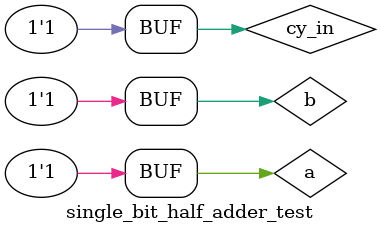
<source format=v>
`timescale 1ns / 1ps


module single_bit_half_adder_test;

	// Inputs
	reg a;
	reg b;
	reg cy_in;

	// Outputs
	wire sum;

	// Instantiate the Unit Under Test (UUT)
	single_bit_half_adder uut (
		.a(a), 
		.b(b), 
		.cy_in(cy_in), 
		.sum(sum)
	);

	initial begin
		// Initialize Inputs
		a = 0;
		b = 0;
		cy_in = 0;

		// Wait 100 ns for global reset to finish
		#100;
        
		// Add stimulus here
		a = 1;
		b = 0;
		cy_in = 0;
		#100;
		
		a = 0;
		b = 1;
		cy_in = 0;
		#100;
		
		a = 1;
		b = 1;
		cy_in = 0;
		#100;
		
		a = 1;
		b = 0;
		cy_in = 1;
		#100;
		
		a = 1;
		b = 1;
		cy_in = 1;
	end
      
endmodule


</source>
